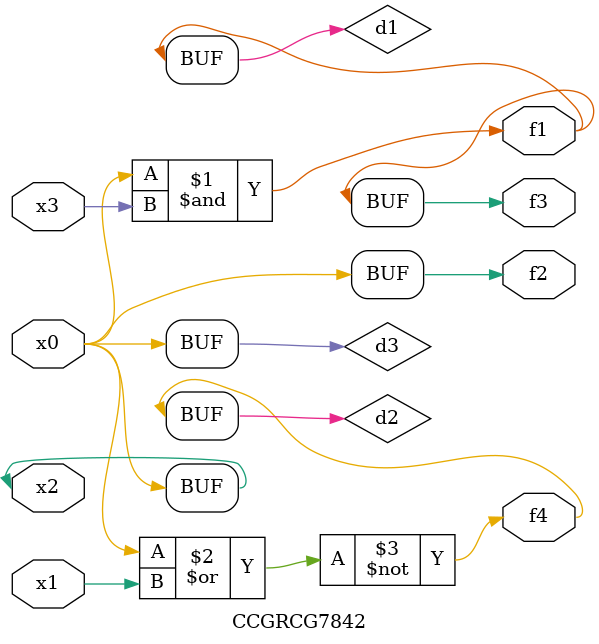
<source format=v>
module CCGRCG7842(
	input x0, x1, x2, x3,
	output f1, f2, f3, f4
);

	wire d1, d2, d3;

	and (d1, x2, x3);
	nor (d2, x0, x1);
	buf (d3, x0, x2);
	assign f1 = d1;
	assign f2 = d3;
	assign f3 = d1;
	assign f4 = d2;
endmodule

</source>
